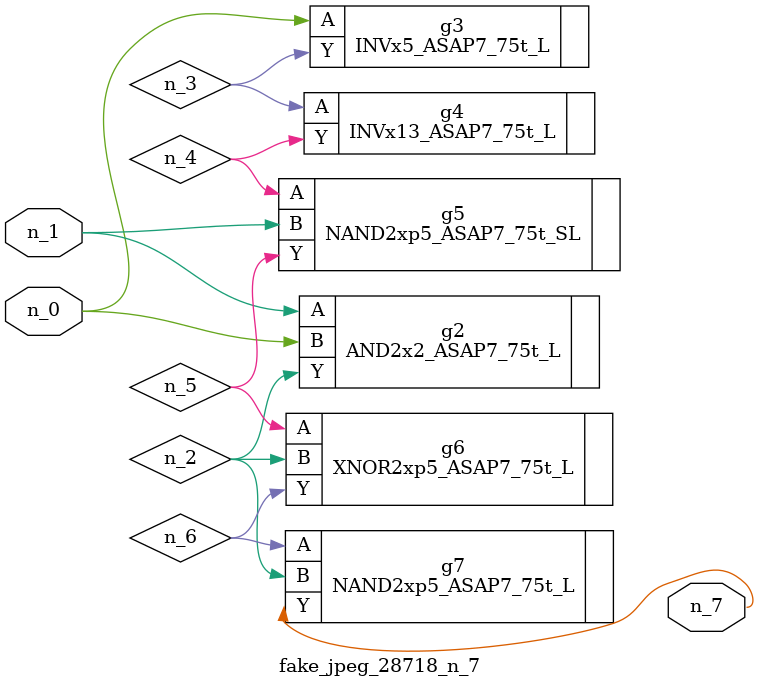
<source format=v>
module fake_jpeg_28718_n_7 (n_0, n_1, n_7);

input n_0;
input n_1;

output n_7;

wire n_3;
wire n_2;
wire n_4;
wire n_6;
wire n_5;

AND2x2_ASAP7_75t_L g2 ( 
.A(n_1),
.B(n_0),
.Y(n_2)
);

INVx5_ASAP7_75t_L g3 ( 
.A(n_0),
.Y(n_3)
);

INVx13_ASAP7_75t_L g4 ( 
.A(n_3),
.Y(n_4)
);

NAND2xp5_ASAP7_75t_SL g5 ( 
.A(n_4),
.B(n_1),
.Y(n_5)
);

XNOR2xp5_ASAP7_75t_L g6 ( 
.A(n_5),
.B(n_2),
.Y(n_6)
);

NAND2xp5_ASAP7_75t_L g7 ( 
.A(n_6),
.B(n_2),
.Y(n_7)
);


endmodule
</source>
